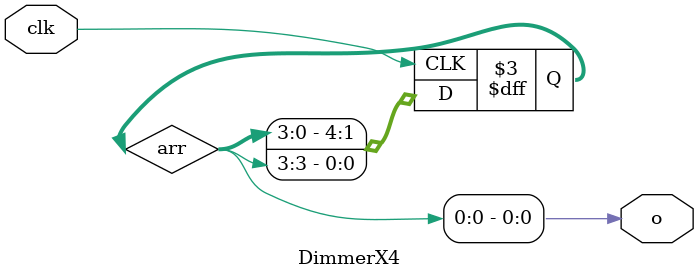
<source format=v>
module DimmerX2(input clk, output o);
	parameter n = 4;
	reg [n:0]arr;
	assign o = arr[0];
	initial begin
		arr = 3;
	end
	always @ (posedge clk) begin
		arr[n:1] = arr[n-1:0];
		arr[0] = arr[n];
	end
endmodule

module DimmerX4(input clk, output o);
	parameter n = 4;
	reg [n:0]arr;
	assign o = arr[0];
	initial begin
		arr = 1;
	end
	always @ (posedge clk) begin
		arr[n:1] = arr[n-1:0];
		arr[0] = arr[n];
	end
endmodule

</source>
